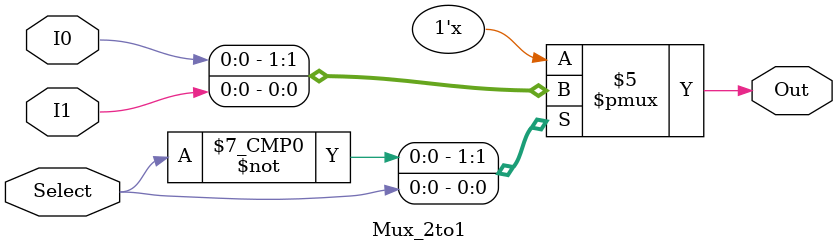
<source format=v>
module Mux_2to1 (I0, I1, Select, Out);

  // ports
  input wire I0;
  input wire I1;
  input wire Select;
  output reg Out;

  // internal
  reg error;

  always @(I0,I1,Select) begin
    case (Select)
      1'b0: begin
        Out = I0;
        error = 0;
      end
      1'b1: begin
        Out = I1;
        error = 0;
      end
      default: error=1; // Default case 
    endcase
  end

endmodule
</source>
